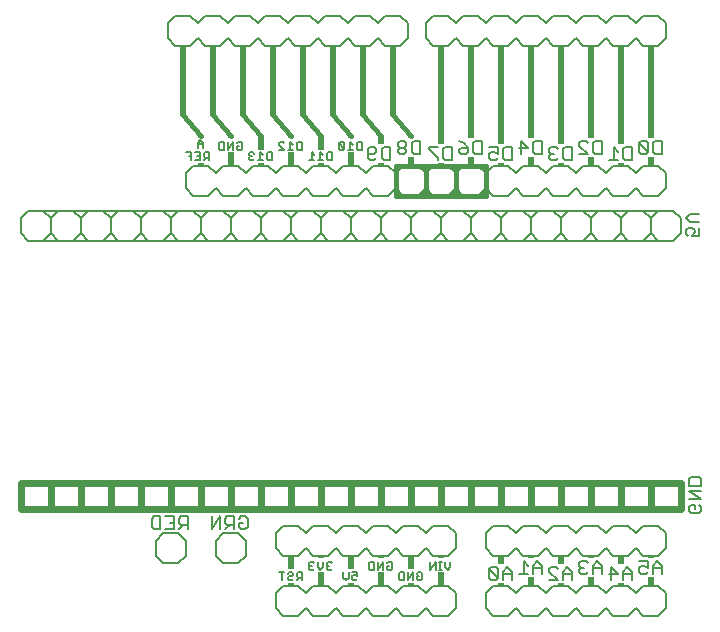
<source format=gbo>
G75*
G70*
%OFA0B0*%
%FSLAX24Y24*%
%IPPOS*%
%LPD*%
%AMOC8*
5,1,8,0,0,1.08239X$1,22.5*
%
%ADD10C,0.0080*%
%ADD11C,0.0220*%
%ADD12C,0.0240*%
%ADD13C,0.0050*%
%ADD14R,0.0200X0.0450*%
%ADD15R,0.0200X0.0100*%
%ADD16C,0.0070*%
%ADD17R,0.0200X0.0300*%
%ADD18R,0.0200X0.3100*%
%ADD19R,0.0200X0.2300*%
%ADD20R,0.0200X0.3300*%
%ADD21C,0.0160*%
%ADD22R,0.0200X0.0500*%
D10*
X005202Y003054D02*
X005452Y002804D01*
X005952Y002804D01*
X006202Y003054D01*
X006202Y003554D01*
X005952Y003804D01*
X005452Y003804D01*
X005202Y003554D01*
X005202Y003054D01*
X005131Y003944D02*
X005061Y004014D01*
X005061Y004295D01*
X005131Y004365D01*
X005341Y004365D01*
X005341Y003944D01*
X005131Y003944D01*
X005521Y003944D02*
X005801Y003944D01*
X005801Y004365D01*
X005521Y004365D01*
X005661Y004154D02*
X005801Y004154D01*
X005981Y004154D02*
X006051Y004084D01*
X006262Y004084D01*
X006262Y003944D02*
X006262Y004365D01*
X006051Y004365D01*
X005981Y004295D01*
X005981Y004154D01*
X006121Y004084D02*
X005981Y003944D01*
X007061Y003944D02*
X007061Y004365D01*
X007341Y004365D02*
X007061Y003944D01*
X007341Y003944D02*
X007341Y004365D01*
X007521Y004295D02*
X007521Y004154D01*
X007591Y004084D01*
X007801Y004084D01*
X007801Y003944D02*
X007801Y004365D01*
X007591Y004365D01*
X007521Y004295D01*
X007661Y004084D02*
X007521Y003944D01*
X007452Y003804D02*
X007952Y003804D01*
X008202Y003554D01*
X008202Y003054D01*
X007952Y002804D01*
X007452Y002804D01*
X007202Y003054D01*
X007202Y003554D01*
X007452Y003804D01*
X007981Y004014D02*
X008051Y003944D01*
X008192Y003944D01*
X008262Y004014D01*
X008262Y004295D01*
X008192Y004365D01*
X008051Y004365D01*
X007981Y004295D01*
X007981Y004154D02*
X008121Y004154D01*
X007981Y004154D02*
X007981Y004014D01*
X009202Y003804D02*
X009202Y003304D01*
X009452Y003054D01*
X009952Y003054D01*
X010202Y003304D01*
X010452Y003054D01*
X010952Y003054D01*
X011202Y003304D01*
X011452Y003054D01*
X011952Y003054D01*
X012202Y003304D01*
X012452Y003054D01*
X012952Y003054D01*
X013202Y003304D01*
X013452Y003054D01*
X013952Y003054D01*
X014202Y003304D01*
X014452Y003054D01*
X014952Y003054D01*
X015202Y003304D01*
X015202Y003804D01*
X014952Y004054D01*
X014452Y004054D01*
X014202Y003804D01*
X013952Y004054D01*
X013452Y004054D01*
X013202Y003804D01*
X012952Y004054D01*
X012452Y004054D01*
X012202Y003804D01*
X011952Y004054D01*
X011452Y004054D01*
X011202Y003804D01*
X010952Y004054D01*
X010452Y004054D01*
X010202Y003804D01*
X009952Y004054D01*
X009452Y004054D01*
X009202Y003804D01*
X009452Y002054D02*
X009202Y001804D01*
X009202Y001304D01*
X009452Y001054D01*
X009952Y001054D01*
X010202Y001304D01*
X010452Y001054D01*
X010952Y001054D01*
X011202Y001304D01*
X011452Y001054D01*
X011952Y001054D01*
X012202Y001304D01*
X012452Y001054D01*
X012952Y001054D01*
X013202Y001304D01*
X013452Y001054D01*
X013952Y001054D01*
X014202Y001304D01*
X014452Y001054D01*
X014952Y001054D01*
X015202Y001304D01*
X015202Y001804D01*
X014952Y002054D01*
X014452Y002054D01*
X014202Y001804D01*
X013952Y002054D01*
X013452Y002054D01*
X013202Y001804D01*
X012952Y002054D01*
X012452Y002054D01*
X012202Y001804D01*
X011952Y002054D01*
X011452Y002054D01*
X011202Y001804D01*
X010952Y002054D01*
X010452Y002054D01*
X010202Y001804D01*
X009952Y002054D01*
X009452Y002054D01*
X016202Y001804D02*
X016202Y001304D01*
X016452Y001054D01*
X016952Y001054D01*
X017202Y001304D01*
X017452Y001054D01*
X017952Y001054D01*
X018202Y001304D01*
X018452Y001054D01*
X018952Y001054D01*
X019202Y001304D01*
X019452Y001054D01*
X019952Y001054D01*
X020202Y001304D01*
X020452Y001054D01*
X020952Y001054D01*
X021202Y001304D01*
X021452Y001054D01*
X021952Y001054D01*
X022202Y001304D01*
X022202Y001804D01*
X021952Y002054D01*
X021452Y002054D01*
X021202Y001804D01*
X020952Y002054D01*
X020452Y002054D01*
X020202Y001804D01*
X019952Y002054D01*
X019452Y002054D01*
X019202Y001804D01*
X018952Y002054D01*
X018452Y002054D01*
X018202Y001804D01*
X017952Y002054D01*
X017452Y002054D01*
X017202Y001804D01*
X016952Y002054D01*
X016452Y002054D01*
X016202Y001804D01*
X016452Y003054D02*
X016952Y003054D01*
X017202Y003304D01*
X017452Y003054D01*
X017952Y003054D01*
X018202Y003304D01*
X018452Y003054D01*
X018952Y003054D01*
X019202Y003304D01*
X019452Y003054D01*
X019952Y003054D01*
X020202Y003304D01*
X020452Y003054D01*
X020952Y003054D01*
X021202Y003304D01*
X021452Y003054D01*
X021952Y003054D01*
X022202Y003304D01*
X022202Y003804D01*
X021952Y004054D01*
X021452Y004054D01*
X021202Y003804D01*
X020952Y004054D01*
X020452Y004054D01*
X020202Y003804D01*
X019952Y004054D01*
X019452Y004054D01*
X019202Y003804D01*
X018952Y004054D01*
X018452Y004054D01*
X018202Y003804D01*
X017952Y004054D01*
X017452Y004054D01*
X017202Y003804D01*
X016952Y004054D01*
X016452Y004054D01*
X016202Y003804D01*
X016202Y003304D01*
X016452Y003054D01*
X022972Y004544D02*
X022972Y004684D01*
X023042Y004755D01*
X023182Y004755D01*
X023182Y004614D01*
X023322Y004474D02*
X023042Y004474D01*
X022972Y004544D01*
X023322Y004474D02*
X023392Y004544D01*
X023392Y004684D01*
X023322Y004755D01*
X023392Y004935D02*
X022972Y004935D01*
X022972Y005215D02*
X023392Y005215D01*
X023392Y005395D02*
X023392Y005605D01*
X023322Y005675D01*
X023042Y005675D01*
X022972Y005605D01*
X022972Y005395D01*
X023392Y005395D01*
X022972Y005215D02*
X023392Y004935D01*
X022452Y013554D02*
X021452Y013554D01*
X021702Y013804D01*
X021952Y013554D01*
X021702Y013804D02*
X021702Y014304D01*
X021952Y014554D01*
X003952Y014554D01*
X004452Y014554D01*
X004702Y014304D01*
X004702Y013804D01*
X004452Y013554D01*
X003952Y013554D01*
X003702Y013804D01*
X003702Y014304D01*
X003452Y014554D01*
X002952Y014554D01*
X002702Y014304D01*
X002702Y013804D01*
X002452Y013554D01*
X001952Y013554D01*
X001702Y013804D01*
X001702Y014304D01*
X001452Y014554D01*
X000952Y014554D01*
X000702Y014304D01*
X000702Y013804D01*
X000952Y013554D01*
X001202Y013554D01*
X001452Y013554D01*
X001702Y013804D01*
X001702Y014304D02*
X001952Y014554D01*
X002452Y014554D01*
X002702Y014304D01*
X002702Y013804D02*
X002952Y013554D01*
X003452Y013554D01*
X003702Y013804D01*
X003702Y014304D02*
X003952Y014554D01*
X001202Y014554D01*
X001202Y013554D02*
X020952Y013554D01*
X021452Y013554D01*
X021202Y013554D02*
X020952Y013554D01*
X020702Y013804D01*
X020702Y014304D01*
X020452Y014554D01*
X019952Y014554D01*
X019702Y014304D01*
X019702Y013804D01*
X019452Y013554D01*
X018952Y013554D01*
X018702Y013804D01*
X018702Y014304D01*
X018452Y014554D01*
X017952Y014554D01*
X017702Y014304D01*
X017702Y013804D01*
X017452Y013554D01*
X016952Y013554D01*
X016702Y013804D01*
X016702Y014304D01*
X016452Y014554D01*
X015952Y014554D01*
X015702Y014304D01*
X015702Y013804D01*
X015452Y013554D01*
X014952Y013554D01*
X014702Y013804D01*
X014702Y014304D01*
X014452Y014554D01*
X013952Y014554D01*
X013702Y014304D01*
X013702Y013804D01*
X013452Y013554D01*
X012952Y013554D01*
X012702Y013804D01*
X012702Y014304D01*
X012452Y014554D01*
X011952Y014554D01*
X011702Y014304D01*
X011702Y013804D01*
X011452Y013554D01*
X010952Y013554D01*
X010702Y013804D01*
X010702Y014304D01*
X010452Y014554D01*
X009952Y014554D01*
X009702Y014304D01*
X009702Y013804D01*
X009452Y013554D01*
X008952Y013554D01*
X008702Y013804D01*
X008702Y014304D01*
X008452Y014554D01*
X007952Y014554D01*
X007702Y014304D01*
X007702Y013804D01*
X007452Y013554D01*
X006952Y013554D01*
X006702Y013804D01*
X006702Y014304D01*
X006452Y014554D01*
X005952Y014554D01*
X005702Y014304D01*
X005702Y013804D01*
X005452Y013554D01*
X004952Y013554D01*
X004702Y013804D01*
X004702Y014304D02*
X004952Y014554D01*
X005452Y014554D01*
X005702Y014304D01*
X005702Y013804D02*
X005952Y013554D01*
X006452Y013554D01*
X006702Y013804D01*
X006702Y014304D02*
X006952Y014554D01*
X007452Y014554D01*
X007702Y014304D01*
X007702Y013804D02*
X007952Y013554D01*
X008452Y013554D01*
X008702Y013804D01*
X008702Y014304D02*
X008952Y014554D01*
X009452Y014554D01*
X009702Y014304D01*
X009702Y013804D02*
X009952Y013554D01*
X010452Y013554D01*
X010702Y013804D01*
X010702Y014304D02*
X010952Y014554D01*
X011452Y014554D01*
X011702Y014304D01*
X011702Y013804D02*
X011952Y013554D01*
X012452Y013554D01*
X012702Y013804D01*
X012702Y014304D02*
X012952Y014554D01*
X013452Y014554D01*
X013702Y014304D01*
X013702Y013804D02*
X013952Y013554D01*
X014452Y013554D01*
X014702Y013804D01*
X014702Y014304D02*
X014952Y014554D01*
X015452Y014554D01*
X015702Y014304D01*
X015702Y013804D02*
X015952Y013554D01*
X016452Y013554D01*
X016702Y013804D01*
X016702Y014304D02*
X016952Y014554D01*
X017452Y014554D01*
X017702Y014304D01*
X017702Y013804D02*
X017952Y013554D01*
X018452Y013554D01*
X018702Y013804D01*
X018702Y014304D02*
X018952Y014554D01*
X019452Y014554D01*
X019702Y014304D01*
X019702Y013804D02*
X019952Y013554D01*
X020452Y013554D01*
X020702Y013804D01*
X020702Y014304D02*
X020952Y014554D01*
X021452Y014554D01*
X021702Y014304D01*
X021952Y014554D02*
X022452Y014554D01*
X022702Y014304D01*
X022702Y013804D01*
X022452Y013554D01*
X022882Y013784D02*
X022952Y013714D01*
X022882Y013784D02*
X022882Y013924D01*
X022952Y013995D01*
X023092Y013995D01*
X023162Y013924D01*
X023162Y013854D01*
X023092Y013714D01*
X023302Y013714D01*
X023302Y013995D01*
X023302Y014175D02*
X023022Y014175D01*
X022882Y014315D01*
X023022Y014455D01*
X023302Y014455D01*
X022202Y015304D02*
X022202Y015804D01*
X021952Y016054D01*
X021452Y016054D01*
X021202Y015804D01*
X020952Y016054D01*
X020452Y016054D01*
X020202Y015804D01*
X019952Y016054D01*
X019452Y016054D01*
X019202Y015804D01*
X018952Y016054D01*
X018452Y016054D01*
X018202Y015804D01*
X017952Y016054D01*
X017452Y016054D01*
X017202Y015804D01*
X016952Y016054D01*
X016452Y016054D01*
X016202Y015804D01*
X015952Y016054D01*
X015452Y016054D01*
X015202Y015804D01*
X014952Y016054D01*
X014452Y016054D01*
X014202Y015804D01*
X013952Y016054D01*
X013452Y016054D02*
X013202Y015804D01*
X012952Y016054D01*
X012452Y016054D01*
X012202Y015804D01*
X011952Y016054D01*
X011452Y016054D01*
X011202Y015804D01*
X010952Y016054D01*
X010452Y016054D01*
X010202Y015804D01*
X009952Y016054D01*
X009452Y016054D01*
X009202Y015804D01*
X008952Y016054D01*
X008452Y016054D01*
X008202Y015804D01*
X007952Y016054D01*
X007452Y016054D01*
X007202Y015804D01*
X006952Y016054D01*
X006452Y016054D01*
X006202Y015804D01*
X006202Y015304D01*
X006452Y015054D01*
X006952Y015054D01*
X007202Y015304D01*
X007452Y015054D01*
X007952Y015054D01*
X008202Y015304D01*
X008452Y015054D01*
X008952Y015054D01*
X009202Y015304D01*
X009452Y015054D01*
X009952Y015054D01*
X010202Y015304D01*
X010452Y015054D01*
X010952Y015054D01*
X011202Y015304D01*
X011452Y015054D01*
X011952Y015054D01*
X012202Y015304D01*
X012452Y015054D01*
X012952Y015054D01*
X013202Y015304D01*
X013452Y015054D01*
X013952Y015054D02*
X014202Y015304D01*
X014452Y015054D01*
X014952Y015054D02*
X015202Y015304D01*
X015452Y015054D01*
X015952Y015054D01*
X016202Y015304D01*
X016452Y015054D01*
X016952Y015054D01*
X017202Y015304D01*
X017452Y015054D01*
X017952Y015054D01*
X018202Y015304D01*
X018452Y015054D01*
X018952Y015054D01*
X019202Y015304D01*
X019452Y015054D01*
X019952Y015054D01*
X020202Y015304D01*
X020452Y015054D01*
X020952Y015054D01*
X021202Y015304D01*
X021452Y015054D01*
X021952Y015054D01*
X022202Y015304D01*
X021952Y014554D02*
X021202Y014554D01*
X021952Y014554D02*
X004452Y014554D01*
X005852Y020054D02*
X006352Y020054D01*
X006602Y020304D01*
X006852Y020054D01*
X007352Y020054D01*
X007602Y020304D01*
X007852Y020054D01*
X008352Y020054D01*
X008602Y020304D01*
X008852Y020054D01*
X009352Y020054D01*
X009602Y020304D01*
X009852Y020054D01*
X010352Y020054D01*
X010602Y020304D01*
X010852Y020054D01*
X011352Y020054D01*
X011602Y020304D01*
X011852Y020054D01*
X012352Y020054D01*
X012602Y020304D01*
X012852Y020054D01*
X013352Y020054D01*
X013602Y020304D01*
X013602Y020804D01*
X013352Y021054D01*
X012852Y021054D01*
X012602Y020804D01*
X012352Y021054D01*
X011852Y021054D01*
X011602Y020804D01*
X011352Y021054D01*
X010852Y021054D01*
X010602Y020804D01*
X010352Y021054D01*
X009852Y021054D01*
X009602Y020804D01*
X009352Y021054D01*
X008852Y021054D01*
X008602Y020804D01*
X008352Y021054D01*
X007852Y021054D01*
X007602Y020804D01*
X007352Y021054D01*
X006852Y021054D01*
X006602Y020804D01*
X006352Y021054D01*
X005852Y021054D01*
X005602Y020804D01*
X005602Y020304D01*
X005852Y020054D01*
X014202Y020304D02*
X014452Y020054D01*
X014952Y020054D01*
X015202Y020304D01*
X015452Y020054D01*
X015952Y020054D01*
X016202Y020304D01*
X016452Y020054D01*
X016952Y020054D01*
X017202Y020304D01*
X017452Y020054D01*
X017952Y020054D01*
X018202Y020304D01*
X018452Y020054D01*
X018952Y020054D01*
X019202Y020304D01*
X019452Y020054D01*
X019952Y020054D01*
X020202Y020304D01*
X020452Y020054D01*
X020952Y020054D01*
X021202Y020304D01*
X021452Y020054D01*
X021952Y020054D01*
X022202Y020304D01*
X022202Y020804D01*
X021952Y021054D01*
X021452Y021054D01*
X021202Y020804D01*
X020952Y021054D01*
X020452Y021054D01*
X020202Y020804D01*
X019952Y021054D01*
X019452Y021054D01*
X019202Y020804D01*
X018952Y021054D01*
X018452Y021054D01*
X018202Y020804D01*
X017952Y021054D01*
X017452Y021054D01*
X017202Y020804D01*
X016952Y021054D01*
X016452Y021054D01*
X016202Y020804D01*
X015952Y021054D01*
X015452Y021054D01*
X015202Y020804D01*
X014952Y021054D01*
X014452Y021054D01*
X014202Y020804D01*
X014202Y020304D01*
D11*
X022702Y004624D02*
X000702Y004624D01*
X000702Y005484D02*
X022702Y005484D01*
D12*
X022702Y005454D02*
X022702Y004654D01*
X021702Y004654D02*
X021702Y005454D01*
X020702Y005454D02*
X020702Y004654D01*
X019702Y004654D02*
X019702Y005454D01*
X018702Y005454D02*
X018702Y004654D01*
X017702Y004654D02*
X017702Y005454D01*
X016702Y005454D02*
X016702Y004654D01*
X015702Y004654D02*
X015702Y005454D01*
X014702Y005454D02*
X014702Y004654D01*
X013702Y004654D02*
X013702Y005454D01*
X012702Y005454D02*
X012702Y004654D01*
X011702Y004654D02*
X011702Y005454D01*
X010702Y005454D02*
X010702Y004654D01*
X009702Y004654D02*
X009702Y005454D01*
X008702Y005454D02*
X008702Y004654D01*
X007702Y004654D02*
X007702Y005454D01*
X006702Y005454D02*
X006702Y004654D01*
X005702Y004654D02*
X005702Y005454D01*
X004702Y005454D02*
X004702Y004654D01*
X003702Y004654D02*
X003702Y005454D01*
X002702Y005454D02*
X002702Y004654D01*
X001702Y004654D02*
X001702Y005454D01*
X000702Y005454D02*
X000702Y004654D01*
D13*
X009307Y002500D02*
X009487Y002500D01*
X009397Y002500D02*
X009397Y002229D01*
X009602Y002274D02*
X009647Y002229D01*
X009737Y002229D01*
X009782Y002274D01*
X009737Y002364D02*
X009647Y002364D01*
X009602Y002319D01*
X009602Y002274D01*
X009737Y002364D02*
X009782Y002409D01*
X009782Y002454D01*
X009737Y002500D01*
X009647Y002500D01*
X009602Y002454D01*
X009896Y002454D02*
X009896Y002364D01*
X009941Y002319D01*
X010077Y002319D01*
X010077Y002229D02*
X010077Y002500D01*
X009941Y002500D01*
X009896Y002454D01*
X009987Y002319D02*
X009896Y002229D01*
X010307Y002624D02*
X010352Y002579D01*
X010442Y002579D01*
X010487Y002624D01*
X010602Y002669D02*
X010602Y002850D01*
X010487Y002804D02*
X010442Y002850D01*
X010352Y002850D01*
X010307Y002804D01*
X010307Y002759D01*
X010352Y002714D01*
X010307Y002669D01*
X010307Y002624D01*
X010352Y002714D02*
X010397Y002714D01*
X010602Y002669D02*
X010692Y002579D01*
X010782Y002669D01*
X010782Y002850D01*
X010896Y002804D02*
X010896Y002759D01*
X010941Y002714D01*
X010896Y002669D01*
X010896Y002624D01*
X010941Y002579D01*
X011032Y002579D01*
X011077Y002624D01*
X010987Y002714D02*
X010941Y002714D01*
X010896Y002804D02*
X010941Y002850D01*
X011032Y002850D01*
X011077Y002804D01*
X011452Y002500D02*
X011452Y002319D01*
X011542Y002229D01*
X011632Y002319D01*
X011632Y002500D01*
X011746Y002500D02*
X011927Y002500D01*
X011927Y002364D01*
X011837Y002409D01*
X011791Y002409D01*
X011746Y002364D01*
X011746Y002274D01*
X011791Y002229D01*
X011882Y002229D01*
X011927Y002274D01*
X012307Y002624D02*
X012307Y002804D01*
X012352Y002850D01*
X012487Y002850D01*
X012487Y002579D01*
X012352Y002579D01*
X012307Y002624D01*
X012602Y002579D02*
X012602Y002850D01*
X012782Y002850D02*
X012602Y002579D01*
X012782Y002579D02*
X012782Y002850D01*
X012896Y002804D02*
X012941Y002850D01*
X013032Y002850D01*
X013077Y002804D01*
X013077Y002624D01*
X013032Y002579D01*
X012941Y002579D01*
X012896Y002624D01*
X012896Y002714D01*
X012987Y002714D01*
X013307Y002454D02*
X013307Y002274D01*
X013352Y002229D01*
X013487Y002229D01*
X013487Y002500D01*
X013352Y002500D01*
X013307Y002454D01*
X013602Y002500D02*
X013602Y002229D01*
X013782Y002500D01*
X013782Y002229D01*
X013896Y002274D02*
X013896Y002364D01*
X013987Y002364D01*
X014077Y002274D02*
X014032Y002229D01*
X013941Y002229D01*
X013896Y002274D01*
X013896Y002454D02*
X013941Y002500D01*
X014032Y002500D01*
X014077Y002454D01*
X014077Y002274D01*
X014355Y002579D02*
X014355Y002850D01*
X014536Y002850D02*
X014355Y002579D01*
X014536Y002579D02*
X014536Y002850D01*
X014642Y002850D02*
X014732Y002850D01*
X014687Y002850D02*
X014687Y002579D01*
X014732Y002579D02*
X014642Y002579D01*
X014846Y002669D02*
X014846Y002850D01*
X015027Y002850D02*
X015027Y002669D01*
X014937Y002579D01*
X014846Y002669D01*
X011077Y016229D02*
X010941Y016229D01*
X010896Y016274D01*
X010896Y016454D01*
X010941Y016500D01*
X011077Y016500D01*
X011077Y016229D01*
X011352Y016579D02*
X011442Y016579D01*
X011487Y016624D01*
X011307Y016804D01*
X011307Y016624D01*
X011352Y016579D01*
X011487Y016624D02*
X011487Y016804D01*
X011442Y016850D01*
X011352Y016850D01*
X011307Y016804D01*
X011692Y016850D02*
X011782Y016759D01*
X011896Y016804D02*
X011941Y016850D01*
X012077Y016850D01*
X012077Y016579D01*
X011941Y016579D01*
X011896Y016624D01*
X011896Y016804D01*
X011692Y016850D02*
X011692Y016579D01*
X011782Y016579D02*
X011602Y016579D01*
X010782Y016409D02*
X010692Y016500D01*
X010692Y016229D01*
X010782Y016229D02*
X010602Y016229D01*
X010487Y016229D02*
X010307Y016229D01*
X010397Y016229D02*
X010397Y016500D01*
X010487Y016409D01*
X010077Y016579D02*
X010077Y016850D01*
X009941Y016850D01*
X009896Y016804D01*
X009896Y016624D01*
X009941Y016579D01*
X010077Y016579D01*
X009782Y016579D02*
X009602Y016579D01*
X009692Y016579D02*
X009692Y016850D01*
X009782Y016759D01*
X009487Y016804D02*
X009442Y016850D01*
X009352Y016850D01*
X009307Y016804D01*
X009307Y016759D01*
X009487Y016579D01*
X009307Y016579D01*
X009077Y016500D02*
X009077Y016229D01*
X008941Y016229D01*
X008896Y016274D01*
X008896Y016454D01*
X008941Y016500D01*
X009077Y016500D01*
X008782Y016409D02*
X008692Y016500D01*
X008692Y016229D01*
X008782Y016229D02*
X008602Y016229D01*
X008487Y016274D02*
X008442Y016229D01*
X008352Y016229D01*
X008307Y016274D01*
X008307Y016319D01*
X008352Y016364D01*
X008397Y016364D01*
X008352Y016364D02*
X008307Y016409D01*
X008307Y016454D01*
X008352Y016500D01*
X008442Y016500D01*
X008487Y016454D01*
X008077Y016624D02*
X008077Y016804D01*
X008032Y016850D01*
X007941Y016850D01*
X007896Y016804D01*
X007896Y016714D02*
X007987Y016714D01*
X007896Y016714D02*
X007896Y016624D01*
X007941Y016579D01*
X008032Y016579D01*
X008077Y016624D01*
X007782Y016579D02*
X007782Y016850D01*
X007602Y016579D01*
X007602Y016850D01*
X007487Y016850D02*
X007352Y016850D01*
X007307Y016804D01*
X007307Y016624D01*
X007352Y016579D01*
X007487Y016579D01*
X007487Y016850D01*
X006977Y016500D02*
X006841Y016500D01*
X006796Y016454D01*
X006796Y016364D01*
X006841Y016319D01*
X006977Y016319D01*
X006977Y016229D02*
X006977Y016500D01*
X006887Y016319D02*
X006796Y016229D01*
X006682Y016229D02*
X006682Y016500D01*
X006502Y016500D01*
X006387Y016500D02*
X006387Y016229D01*
X006502Y016229D02*
X006682Y016229D01*
X006682Y016364D02*
X006592Y016364D01*
X006387Y016364D02*
X006297Y016364D01*
X006387Y016500D02*
X006207Y016500D01*
X006596Y016629D02*
X006596Y016809D01*
X006687Y016900D01*
X006777Y016809D01*
X006777Y016629D01*
X006777Y016764D02*
X006596Y016764D01*
D14*
X007702Y016279D03*
X009702Y016279D03*
X011702Y016279D03*
X011702Y002829D03*
X012702Y002279D03*
X013702Y002829D03*
X014702Y002279D03*
X010702Y002279D03*
X009702Y002829D03*
D15*
X009702Y002104D03*
X010702Y003004D03*
X011702Y002104D03*
X012702Y003004D03*
X013702Y002104D03*
X014702Y003004D03*
X016702Y002104D03*
X017702Y003004D03*
X018702Y002104D03*
X019702Y003004D03*
X020702Y002104D03*
X021702Y003004D03*
X020702Y016104D03*
X018702Y016104D03*
X016702Y016104D03*
X014702Y016104D03*
X013702Y017004D03*
X012702Y016104D03*
X011702Y017004D03*
X010702Y016104D03*
X009702Y017004D03*
X008702Y016104D03*
X007702Y017004D03*
X006702Y017004D03*
X006702Y016104D03*
D16*
X012269Y016311D02*
X012269Y016598D01*
X012341Y016670D01*
X012485Y016670D01*
X012556Y016598D01*
X012556Y016526D01*
X012485Y016454D01*
X012269Y016454D01*
X012269Y016311D02*
X012341Y016239D01*
X012485Y016239D01*
X012556Y016311D01*
X012730Y016311D02*
X012730Y016598D01*
X012801Y016670D01*
X013017Y016670D01*
X013017Y016239D01*
X012801Y016239D01*
X012730Y016311D01*
X013269Y016511D02*
X013341Y016439D01*
X013485Y016439D01*
X013556Y016511D01*
X013556Y016583D01*
X013485Y016654D01*
X013341Y016654D01*
X013269Y016583D01*
X013269Y016511D01*
X013341Y016654D02*
X013269Y016726D01*
X013269Y016798D01*
X013341Y016870D01*
X013485Y016870D01*
X013556Y016798D01*
X013556Y016726D01*
X013485Y016654D01*
X013730Y016511D02*
X013730Y016798D01*
X013801Y016870D01*
X014017Y016870D01*
X014017Y016439D01*
X013801Y016439D01*
X013730Y016511D01*
X014319Y016598D02*
X014606Y016311D01*
X014606Y016239D01*
X014780Y016311D02*
X014780Y016598D01*
X014851Y016670D01*
X015067Y016670D01*
X015067Y016239D01*
X014851Y016239D01*
X014780Y016311D01*
X014606Y016670D02*
X014319Y016670D01*
X014319Y016598D01*
X015319Y016583D02*
X015319Y016511D01*
X015391Y016439D01*
X015535Y016439D01*
X015606Y016511D01*
X015606Y016654D01*
X015391Y016654D01*
X015319Y016583D01*
X015463Y016798D02*
X015319Y016870D01*
X015463Y016798D02*
X015606Y016654D01*
X015780Y016511D02*
X015780Y016798D01*
X015851Y016870D01*
X016067Y016870D01*
X016067Y016439D01*
X015851Y016439D01*
X015780Y016511D01*
X016319Y016454D02*
X016319Y016311D01*
X016391Y016239D01*
X016535Y016239D01*
X016606Y016311D01*
X016606Y016454D02*
X016463Y016526D01*
X016391Y016526D01*
X016319Y016454D01*
X016319Y016670D02*
X016606Y016670D01*
X016606Y016454D01*
X016780Y016311D02*
X016780Y016598D01*
X016851Y016670D01*
X017067Y016670D01*
X017067Y016239D01*
X016851Y016239D01*
X016780Y016311D01*
X017319Y016654D02*
X017606Y016654D01*
X017391Y016870D01*
X017391Y016439D01*
X017780Y016511D02*
X017780Y016798D01*
X017851Y016870D01*
X018067Y016870D01*
X018067Y016439D01*
X017851Y016439D01*
X017780Y016511D01*
X018319Y016526D02*
X018391Y016454D01*
X018319Y016383D01*
X018319Y016311D01*
X018391Y016239D01*
X018535Y016239D01*
X018606Y016311D01*
X018780Y016311D02*
X018780Y016598D01*
X018851Y016670D01*
X019067Y016670D01*
X019067Y016239D01*
X018851Y016239D01*
X018780Y016311D01*
X018606Y016598D02*
X018535Y016670D01*
X018391Y016670D01*
X018319Y016598D01*
X018319Y016526D01*
X018391Y016454D02*
X018463Y016454D01*
X019319Y016439D02*
X019606Y016439D01*
X019319Y016726D01*
X019319Y016798D01*
X019391Y016870D01*
X019535Y016870D01*
X019606Y016798D01*
X019780Y016798D02*
X019780Y016511D01*
X019851Y016439D01*
X020067Y016439D01*
X020067Y016870D01*
X019851Y016870D01*
X019780Y016798D01*
X020319Y016239D02*
X020606Y016239D01*
X020463Y016239D02*
X020463Y016670D01*
X020606Y016526D01*
X020780Y016598D02*
X020780Y016311D01*
X020851Y016239D01*
X021067Y016239D01*
X021067Y016670D01*
X020851Y016670D01*
X020780Y016598D01*
X021319Y016511D02*
X021391Y016439D01*
X021535Y016439D01*
X021606Y016511D01*
X021319Y016798D01*
X021319Y016511D01*
X021319Y016798D02*
X021391Y016870D01*
X021535Y016870D01*
X021606Y016798D01*
X021606Y016511D01*
X021780Y016511D02*
X021780Y016798D01*
X021851Y016870D01*
X022067Y016870D01*
X022067Y016439D01*
X021851Y016439D01*
X021780Y016511D01*
X021923Y002870D02*
X021780Y002726D01*
X021780Y002439D01*
X021606Y002511D02*
X021535Y002439D01*
X021391Y002439D01*
X021319Y002511D01*
X021319Y002654D01*
X021391Y002726D01*
X021463Y002726D01*
X021606Y002654D01*
X021606Y002870D01*
X021319Y002870D01*
X021067Y002526D02*
X020923Y002670D01*
X020780Y002526D01*
X020780Y002239D01*
X020780Y002454D02*
X021067Y002454D01*
X021067Y002526D02*
X021067Y002239D01*
X020606Y002454D02*
X020319Y002454D01*
X020391Y002239D02*
X020391Y002670D01*
X020606Y002454D01*
X020067Y002439D02*
X020067Y002726D01*
X019923Y002870D01*
X019780Y002726D01*
X019780Y002439D01*
X019606Y002511D02*
X019535Y002439D01*
X019391Y002439D01*
X019319Y002511D01*
X019319Y002583D01*
X019391Y002654D01*
X019463Y002654D01*
X019391Y002654D02*
X019319Y002726D01*
X019319Y002798D01*
X019391Y002870D01*
X019535Y002870D01*
X019606Y002798D01*
X019780Y002654D02*
X020067Y002654D01*
X019067Y002526D02*
X019067Y002239D01*
X019067Y002454D02*
X018780Y002454D01*
X018780Y002526D02*
X018780Y002239D01*
X018606Y002239D02*
X018319Y002526D01*
X018319Y002598D01*
X018391Y002670D01*
X018535Y002670D01*
X018606Y002598D01*
X018780Y002526D02*
X018923Y002670D01*
X019067Y002526D01*
X018606Y002239D02*
X018319Y002239D01*
X018067Y002439D02*
X018067Y002726D01*
X017923Y002870D01*
X017780Y002726D01*
X017780Y002439D01*
X017606Y002439D02*
X017319Y002439D01*
X017463Y002439D02*
X017463Y002870D01*
X017606Y002726D01*
X017780Y002654D02*
X018067Y002654D01*
X017067Y002526D02*
X017067Y002239D01*
X017067Y002454D02*
X016780Y002454D01*
X016780Y002526D02*
X016780Y002239D01*
X016606Y002311D02*
X016319Y002598D01*
X016319Y002311D01*
X016391Y002239D01*
X016535Y002239D01*
X016606Y002311D01*
X016606Y002598D01*
X016535Y002670D01*
X016391Y002670D01*
X016319Y002598D01*
X016780Y002526D02*
X016923Y002670D01*
X017067Y002526D01*
X021780Y002654D02*
X022067Y002654D01*
X022067Y002726D02*
X021923Y002870D01*
X022067Y002726D02*
X022067Y002439D01*
D17*
X021702Y002204D03*
X020702Y002904D03*
X019702Y002204D03*
X018702Y002904D03*
X017702Y002204D03*
X016702Y002904D03*
X017702Y016204D03*
X019702Y016204D03*
X021702Y016204D03*
X015702Y016204D03*
X013702Y016204D03*
X012702Y016904D03*
D18*
X015702Y018504D03*
X017702Y018504D03*
X019702Y018504D03*
X021702Y018504D03*
D19*
X013102Y018904D03*
X012102Y018904D03*
X011102Y018904D03*
X010102Y018904D03*
X009102Y018904D03*
X008102Y018904D03*
X007102Y018904D03*
X006102Y018904D03*
D20*
X014702Y018404D03*
X016702Y018404D03*
X018702Y018404D03*
X020702Y018404D03*
D21*
X016202Y016054D02*
X016202Y015904D01*
X016102Y016004D01*
X016202Y016054D02*
X015352Y016054D01*
X015202Y015904D01*
X015202Y015204D01*
X015302Y015104D01*
X015352Y015054D02*
X014452Y015054D01*
X014052Y015054D01*
X014202Y015204D01*
X014302Y015104D01*
X014202Y015204D02*
X014202Y015304D01*
X014202Y015804D01*
X014202Y015904D01*
X014102Y016004D01*
X014202Y015904D02*
X014352Y016054D01*
X014452Y016054D01*
X015352Y016054D01*
X015202Y015904D02*
X015102Y016004D01*
X014352Y016054D02*
X013952Y016054D01*
X013452Y016054D01*
X013352Y016054D01*
X013202Y015904D01*
X013202Y015804D01*
X013202Y015304D01*
X013202Y015204D01*
X013302Y015104D01*
X013202Y015054D02*
X013452Y015054D01*
X013952Y015054D01*
X014052Y015054D01*
X013202Y015054D02*
X013202Y015204D01*
X013202Y015904D02*
X013202Y016054D01*
X013352Y016054D01*
X013722Y017034D02*
X013082Y017784D01*
X012722Y017034D02*
X012082Y017784D01*
X011722Y017034D02*
X011082Y017784D01*
X010722Y017034D02*
X010082Y017784D01*
X009722Y017034D02*
X009082Y017784D01*
X008722Y017034D02*
X008082Y017784D01*
X007722Y017034D02*
X007082Y017784D01*
X006722Y017034D02*
X006082Y017784D01*
X015052Y015054D02*
X015202Y015204D01*
X015352Y015054D02*
X015052Y015054D01*
X015352Y015054D02*
X016052Y015054D01*
X016202Y015204D01*
X016202Y015054D01*
X016052Y015054D01*
X016202Y015204D02*
X016202Y015904D01*
D22*
X010702Y016804D03*
X008702Y016804D03*
M02*

</source>
